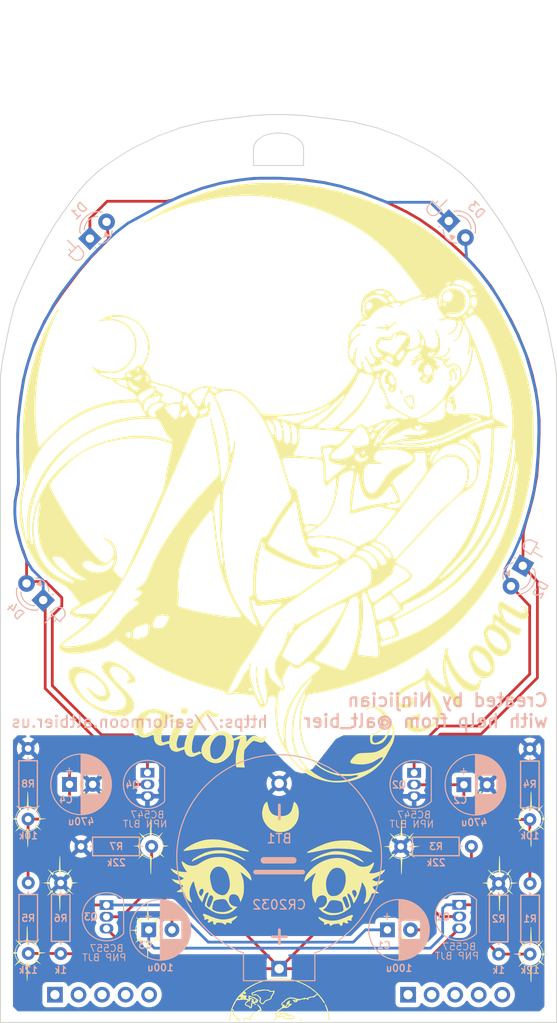
<source format=kicad_pcb>
(kicad_pcb (version 20211014) (generator pcbnew)
  (title_block (title "Sailor Moon Badge") (date "2023-07-09") (rev "1") (company "Made by Ninjician with help from @alt_bier"))
  (layers (0 "F.Cu" signal) (31 "B.Cu" signal) (34 "B.Paste" user) (35 "F.Paste" user) (36 "B.SilkS" user "B.Silkscreen") (37 "F.SilkS" user "F.Silkscreen") (38 "B.Mask" user) (39 "F.Mask" user) (44 "Edge.Cuts" user))
  (net 0 "")
  (net 1 "Net-(C2-Pad1)")
  (net 2 "Q1C")
  (net 3 "GND")
  (net 4 "Net-(C1-Pad2)")
  (net 5 "Net-(C3-Pad2)")
  (net 6 "Q3C")
  (net 7 "Net-(C4-Pad1)")
  (net 8 "VCC")
  (net 9 "Net-(D1-Pad1)")
  (net 10 "Net-(D3-Pad1)")
  (footprint "0_local:LED_D3.0mm-2_back" (layer "F.Cu") (at 156.8575 102.705818 -120)
    (fp_text reference "D2" (at 1.27 -2.96 60) (layer "B.SilkS") (effects (justify mirror)))
    (fp_text value "Pink_3mm")
    (pad "1" thru_hole rect (at 0 0 240) (size 1.8 1.8) (drill 0.9) (layers *.Cu *.Mask) (net 9 "Net-(D1-Pad1)"))
    (pad "2" thru_hole circle (at 2.54 0 240) (size 1.8 1.8) (drill 0.9) (layers *.Cu *.Mask) (net 8 "VCC"))
  )
  (footprint "0_local:LED_2Pin_Indicator_back" (layer "F.Cu") (at 108.5 68.810053 -135)
    (fp_text reference "REF**" hide)
    (fp_text value "LED_2Pin_Indicator_back" hide)
  )
  (footprint "0_local:R_Axial_DIN0207_L6.3mm_D2.5mm_P7.62mm_Horizontal_back" (layer "F.Cu") (at 154.25 137 -90)
    (fp_text reference "R2" (at 3.81 0 180) (layer "B.SilkS") (effects (font (size 0.75 0.75)) (justify mirror)))
    (fp_text value "1k" (at 9.34 0 180) (layer "B.SilkS") (effects (font (size 0.75 0.75)) (justify mirror)))
    (pad "1" thru_hole circle (at 0 0 270) (size 1.4 1.4) (drill 0.7) (layers *.Cu *.Mask) (net 3 "GND"))
    (pad "2" thru_hole circle (at 7.62 0 270) (size 1.4 1.4) (drill 0.7) (layers *.Cu *.Mask) (net 2 "Q1C"))
  )
  (footprint "0_local:CP_Radial_D6.3mm_P2.50mm_back" (layer "F.Cu") (at 116.5 142)
    (fp_text reference "C3" (at -0.381 1.651) (layer "B.SilkS") (effects (font (size 0.75 0.75)) (justify mirror)))
    (fp_text value "100u" (at 1.25 4.08) (layer "B.SilkS") (effects (font (size 0.75 0.75)) (justify mirror)))
    (pad "1" thru_hole rect (at 0 0) (size 1.6 1.6) (drill 0.8) (layers *.Cu *.Mask) (net 2 "Q1C"))
    (pad "2" thru_hole circle (at 2.5 0) (size 1.6 1.6) (drill 0.8) (layers *.Cu *.Mask) (net 5 "Net-(C3-Pad2)"))
  )
  (footprint "0_local:Q_BC547_TO-92_back" (layer "F.Cu") (at 145.13 127.59 90)
    (fp_text reference "Q2" (at 1.25 -1.63 180) (layer "B.SilkS") (effects (font (size 0.75 0.75)) (justify mirror)))
    (fp_text value "BC547_NPN" hide)
    (fp_text user "NPN BJT" (at -3 -0.25 180) (layer "B.SilkS") (effects (font (size 0.75 0.75) (thickness 0.1)) (justify mirror)))
    (fp_text user "BC547" (at -2 0 180) (layer "B.SilkS") (effects (font (size 0.75 0.75) (thickness 0.1)) (justify mirror)))
    (pad "1" thru_hole rect (at 2.54 0 90) (size 1.05 1.5) (drill 0.75) (layers *.Cu *.Mask) (net 9 "Net-(D1-Pad1)"))
    (pad "2" thru_hole oval (at 1.27 0 90) (size 1.05 1.5) (drill 0.75) (layers *.Cu *.Mask) (net 1 "Net-(C2-Pad1)"))
    (pad "3" thru_hole oval (at 0 0 90) (size 1.05 1.5) (drill 0.75) (layers *.Cu *.Mask) (net 3 "GND"))
  )
  (footprint "0_local:BatteryHolder_CR2032-BS-2-1_Back_backsilk" (layer "F.Cu") (at 130.57 123.195)
    (fp_text reference "BT1" (at -0.000091 8.955 180) (layer "B.SilkS") (effects (justify mirror)))
    (fp_text value "3V_CR2032" hide)
    (fp_text user "+" (at -0.127 19.558 90) (layer "B.SilkS") (effects (font (size 2 2) (thickness 0.3)) (justify mirror)))
    (fp_text user "CR2032" (at -0.000091 16.097908 180) (layer "B.SilkS") (effects (justify mirror)))
    (fp_text user "-" (at -0.127 6.096 90) (layer "B.SilkS") (effects (font (size 2 2) (thickness 0.3)) (justify mirror)))
    (pad "1" thru_hole rect locked (at 0 23) (size 1.7 1.7) (drill 1) (layers *.Cu *.Mask) (net 8 "VCC"))
    (pad "2" thru_hole circle locked (at 0 3) (size 1.7 1.7) (drill 1) (layers *.Cu *.Mask) (net 3 "GND"))
  )
  (footprint "0_local:CP_Radial_D6.3mm_P2.50mm_back" (layer "F.Cu") (at 107.95 126.3)
    (fp_text reference "C4" (at -0.381 1.651) (layer "B.SilkS") (effects (font (size 0.75 0.75)) (justify mirror)))
    (fp_text value "470u" (at 1.25 4.02) (layer "B.SilkS") (effects (font (size 0.75 0.75)) (justify mirror)))
    (pad "1" thru_hole rect (at 0 0) (size 1.6 1.6) (drill 0.8) (layers *.Cu *.Mask) (net 7 "Net-(C4-Pad1)"))
    (pad "2" thru_hole circle (at 2.5 0) (size 1.6 1.6) (drill 0.8) (layers *.Cu *.Mask) (net 3 "GND"))
  )
  (footprint "0_local:LED_D3.0mm-2_back" (layer "F.Cu") (at 105.11 106.41 135)
    (fp_text reference "D4" (at 1.270001 -2.96 315 unlocked) (layer "B.SilkS") (effects (justify mirror)))
    (fp_text value "Pink_3mm")
    (pad "1" thru_hole rect (at 0 0 135) (size 1.8 1.8) (drill 0.9) (layers *.Cu *.Mask) (net 10 "Net-(D3-Pad1)"))
    (pad "2" thru_hole circle (at 2.54 0 135) (size 1.8 1.8) (drill 0.9) (layers *.Cu *.Mask) (net 8 "VCC"))
  )
  (footprint "0_local:R_Axial_DIN0207_L6.3mm_D2.5mm_P7.62mm_Horizontal_back" (layer "F.Cu") (at 109.19 133)
    (fp_text reference "R7" (at 3.81 0 180) (layer "B.SilkS") (effects (font (size 0.75 0.75)) (justify mirror)))
    (fp_text value "22k" (at 3.81 1.75 180) (layer "B.SilkS") (effects (font (size 0.75 0.75)) (justify mirror)))
    (pad "1" thru_hole circle (at 0 0) (size 1.4 1.4) (drill 0.7) (layers *.Cu *.Mask) (net 3 "GND"))
    (pad "2" thru_hole circle (at 7.62 0) (size 1.4 1.4) (drill 0.7) (layers *.Cu *.Mask) (net 5 "Net-(C3-Pad2)"))
  )
  (footprint "0_local:R_Axial_DIN0207_L6.3mm_D2.5mm_P7.62mm_Horizontal_back" (layer "F.Cu") (at 103.5 136.93 -90)
    (fp_text reference "R5" (at 3.81 0 180) (layer "B.SilkS") (effects (font (size 0.75 0.75)) (justify mirror)))
    (fp_text value "12k" (at 9.41 0 180) (layer "B.SilkS") (effects (font (size 0.75 0.75)) (justify mirror)))
    (pad "1" thru_hole circle (at 0 0 270) (size 1.4 1.4) (drill 0.7) (layers *.Cu *.Mask) (net 7 "Net-(C4-Pad1)"))
    (pad "2" thru_hole circle (at 7.62 0 270) (size 1.4 1.4) (drill 0.7) (layers *.Cu *.Mask) (net 6 "Q3C"))
  )
  (footprint "0_local:0_sailor_moon_maskb_w60mm" (layer "F.Cu") (at 130.5 97.5)
    (fp_text reference "Mask_Back")
    (fp_text value "LOGO" hide)
  )
  (footprint "0_local:Q_BC557_TO-92_back" (layer "F.Cu") (at 111.94 141.86 90)
    (fp_text reference "Q3" (at 1.27 -1.69 180) (layer "B.SilkS") (effects (font (size 0.75 0.75)) (justify mirror)))
    (fp_text value "BC557_PNP" hide)
    (fp_text user "BC557" (at -2.14 0.02 180) (layer "B.SilkS") (effects (font (size 0.75 0.75) (thickness 0.1)) (justify mirror)))
    (fp_text user "PNP BJT" (at -3.14 -0.23 180) (layer "B.SilkS") (effects (font (size 0.75 0.75) (thickness 0.1)) (justify mirror)))
    (pad "1" thru_hole rect (at 2.54 0 90) (size 1.05 1.5) (drill 0.75) (layers *.Cu *.Mask) (net 6 "Q3C"))
    (pad "2" thru_hole oval (at 1.27 0 90) (size 1.05 1.5) (drill 0.75) (layers *.Cu *.Mask) (net 5 "Net-(C3-Pad2)"))
    (pad "3" thru_hole oval (at 0 0 90) (size 1.05 1.5) (drill 0.75) (layers *.Cu *.Mask) (net 8 "VCC"))
  )
  (footprint "0_local:R_Axial_DIN0207_L6.3mm_D2.5mm_P7.62mm_Horizontal_back" (layer "F.Cu") (at 157.62 130.09 90)
    (fp_text reference "R4" (at 3.81 0 180) (layer "B.SilkS") (effects (font (size 0.75 0.75)) (justify mirror)))
    (fp_text value "10k" (at -1.75 0 180) (layer "B.SilkS") (effects (font (size 0.75 0.75)) (justify mirror)))
    (pad "1" thru_hole circle (at 0 0 90) (size 1.4 1.4) (drill 0.7) (layers *.Cu *.Mask) (net 1 "Net-(C2-Pad1)"))
    (pad "2" thru_hole circle (at 7.62 0 90) (size 1.4 1.4) (drill 0.7) (layers *.Cu *.Mask) (net 3 "GND"))
  )
  (footprint "0_local:Conn_Pin_Header_Female_Vert_Back_1x05_Pitch2.54mm" (layer "F.Cu") (at 106.38 149 90)
    (fp_text reference "REF**" hide)
    (fp_text value "Conn_Pin_Header_Female_Vert_Back_1x05_Pitch2.54mm" hide)
    (pad "1" thru_hole rect locked (at 0 0 90) (size 1.7 1.7) (drill 1) (layers *.Cu *.Mask))
    (pad "2" thru_hole oval locked (at 0 2.54 90) (size 1.7 1.7) (drill 1) (layers *.Cu *.Mask))
    (pad "3" thru_hole oval locked (at 0 5.08 90) (size 1.7 1.7) (drill 1) (layers *.Cu *.Mask))
    (pad "4" thru_hole oval locked (at 0 7.62 90) (size 1.7 1.7) (drill 1) (layers *.Cu *.Mask))
    (pad "5" thru_hole oval locked (at 0 10.16 90) (size 1.7 1.7) (drill 1) (layers *.Cu *.Mask))
  )
  (footprint "0_local:LED_2Pin_Indicator_back" (layer "F.Cu") (at 106.549948 108.126828 -45)
    (fp_text reference "REF**" hide)
    (fp_text value "LED_2Pin_Indicator_back" hide)
  )
  (footprint "0_local:0_sailor_moon_bot_silkf_w60mm" (layer "F.Cu") (at 130.459999 103.364046)
    (fp_text reference "Bot_Silk_Front")
    (fp_text value "LOGO" hide)
  )
  (footprint "0_local:Q_BC547_TO-92_back" (layer "F.Cu") (at 116.36 127.58 90)
    (fp_text reference "Q4" (at 1.24 -1.61 180) (layer "B.SilkS") (effects (font (size 0.75 0.75)) (justify mirror)))
    (fp_text value "BC547_NPN" hide)
    (fp_text user "NPN BJT" (at -3 -0.25 180) (layer "B.SilkS") (effects (font (size 0.75 0.75) (thickness 0.1)) (justify mirror)))
    (fp_text user "BC547" (at -2 0 180) (layer "B.SilkS") (effects (font (size 0.75 0.75) (thickness 0.1)) (justify mirror)))
    (pad "1" thru_hole rect (at 2.54 0 90) (size 1.05 1.5) (drill 0.75) (layers *.Cu *.Mask) (net 10 "Net-(D3-Pad1)"))
    (pad "2" thru_hole oval (at 1.27 0 90) (size 1.05 1.5) (drill 0.75) (layers *.Cu *.Mask) (net 7 "Net-(C4-Pad1)"))
    (pad "3" thru_hole oval (at 0 0 90) (size 1.05 1.5) (drill 0.75) (layers *.Cu *.Mask) (net 3 "GND"))
  )
  (footprint "0_local:R_Axial_DIN0207_L6.3mm_D2.5mm_P7.62mm_Horizontal_back" (layer "F.Cu") (at 143.69 133)
    (fp_text reference "R3" (at 3.81 0 180) (layer "B.SilkS") (effects (font (size 0.75 0.75)) (justify mirror)))
    (fp_text value "22k" (at 3.81 1.75 180) (layer "B.SilkS") (effects (font (size 0.75 0.75)) (justify mirror)))
    (pad "1" thru_hole circle (at 0 0) (size 1.4 1.4) (drill 0.7) (layers *.Cu *.Mask) (net 3 "GND"))
    (pad "2" thru_hole circle (at 7.62 0) (size 1.4 1.4) (drill 0.7) (layers *.Cu *.Mask) (net 4 "Net-(C1-Pad2)"))
  )
  (footprint "0_local:CP_Radial_D6.3mm_P2.50mm_back" (layer "F.Cu") (at 142.25 142)
    (fp_text reference "C1" (at -0.381 1.651) (layer "B.SilkS") (effects (font (size 0.75 0.75)) (justify mirror)))
    (fp_text value "100u" (at 1.25 4.14) (layer "B.SilkS") (effects (font (size 0.75 0.75)) (justify mirror)))
    (pad "1" thru_hole rect (at 0 0) (size 1.6 1.6) (drill 0.8) (layers *.Cu *.Mask) (net 6 "Q3C"))
    (pad "2" thru_hole circle (at 2.5 0) (size 1.6 1.6) (drill 0.8) (layers *.Cu *.Mask) (net 4 "Net-(C1-Pad2)"))
  )
  (footprint "0_local:R_Axial_DIN0207_L6.3mm_D2.5mm_P7.62mm_Horizontal_back" (layer "F.Cu") (at 107 136.94 -90)
    (fp_text reference "R6" (at 3.81 0 180) (layer "B.SilkS") (effects (font (size 0.75 0.75)) (justify mirror)))
    (fp_text value "1k" (at 9.4 0 180) (layer "B.SilkS") (effects (font (size 0.75 0.75)) (justify mirror)))
    (pad "1" thru_hole circle (at 0 0 270) (size 1.4 1.4) (drill 0.7) (layers *.Cu *.Mask) (net 3 "GND"))
    (pad "2" thru_hole circle (at 7.62 0 270) (size 1.4 1.4) (drill 0.7) (layers *.Cu *.Mask) (net 6 "Q3C"))
  )
  (footprint "0_local:LED_2Pin_Indicator_back" (layer "F.Cu") (at 147.442773 63.94865 135)
    (fp_text reference "REF**" hide)
    (fp_text value "LED_2Pin_Indicator_back" hide)
  )
  (footprint "0_local:R_Axial_DIN0207_L6.3mm_D2.5mm_P7.62mm_Horizontal_back" (layer "F.Cu") (at 157.64 137 -90)
    (fp_text reference "R1" (at 3.81 0 180) (layer "B.SilkS") (effects (font (size 0.75 0.75)) (justify mirror)))
    (fp_text value "12k" (at 9.34 0 180) (layer "B.SilkS") (effects (font (size 0.75 0.75)) (justify mirror)))
    (pad "1" thru_hole circle (at 0 0 270) (size 1.4 1.4) (drill 0.7) (layers *.Cu *.Mask) (net 1 "Net-(C2-Pad1)"))
    (pad "2" thru_hole circle (at 7.62 0 270) (size 1.4 1.4) (drill 0.7) (layers *.Cu *.Mask) (net 2 "Q1C"))
  )
  (footprint "0_local:CP_Radial_D6.3mm_P2.50mm_back" (layer "F.Cu") (at 150.5 126.34)
    (fp_text reference "C2" (at -0.381 1.651) (layer "B.SilkS") (effects (font (size 0.75 0.75)) (justify mirror)))
    (fp_text value "470u" (at 1.11 4.08) (layer "B.SilkS") (effects (font (size 0.75 0.75)) (justify mirror)))
    (pad "1" thru_hole rect (at 0 0) (size 1.6 1.6) (drill 0.8) (layers *.Cu *.Mask) (net 1 "Net-(C2-Pad1)"))
    (pad "2" thru_hole circle (at 2.5 0) (size 1.6 1.6) (drill 0.8) (layers *.Cu *.Mask) (net 3 "GND"))
  )
  (footprint "0_local:0_sailor_moon_silkf_w60mm" (layer "F.Cu") (at 130.5 97.5)
    (fp_text reference "Silk_Front")
    (fp_text value "LOGO" hide)
  )
  (footprint "0_local:LED_D3.0mm-2_back" (layer "F.Cu") (at 148.868439 65.487834 -45)
    (fp_text reference "D3" (at 1.270001 -2.96 -45 unlocked) (layer "B.SilkS") (effects (justify mirror)))
    (fp_text value "Pink_3mm")
    (pad "1" thru_hole rect (at 0 0 315) (size 1.8 1.8) (drill 0.9) (layers *.Cu *.Mask) (net 10 "Net-(D3-Pad1)"))
    (pad "2" thru_hole circle (at 2.54 0 315) (size 1.8 1.8) (drill 0.9) (layers *.Cu *.Mask) (net 8 "VCC"))
  )
  (footprint "0_local:0_sailor_moon_maskf_w60mm" (layer "F.Cu") (at 130.5 97.5)
    (fp_text reference "Mask_Front")
    (fp_text value "LOGO" hide)
  )
  (footprint "0_local:Conn_Pin_Header_Female_Vert_Back_1x05_Pitch2.54mm" (layer "F.Cu") (at 144.48 149 90)
    (fp_text reference "REF**" hide)
    (fp_text value "Conn_Pin_Header_Female_Vert_Back_1x05_Pitch2.54mm" hide)
    (pad "1" thru_hole rect locked (at 0 0 90) (size 1.7 1.7) (drill 1) (layers F&B.Cu *.Mask))
    (pad "2" thru_hole oval locked (at 0 2.54 90) (size 1.7 1.7) (drill 1) (layers F&B.Cu *.Mask))
    (pad "3" thru_hole oval locked (at 0 5.08 90) (size 1.7 1.7) (drill 1) (layers F&B.Cu *.Mask))
    (pad "4" thru_hole oval locked (at 0 7.62 90) (size 1.7 1.7) (drill 1) (layers F&B.Cu *.Mask))
    (pad "5" thru_hole oval locked (at 0 10.16 90) (size 1.7 1.7) (drill 1) (layers F&B.Cu *.Mask))
  )
  (footprint "0_local:R_Axial_DIN0207_L6.3mm_D2.5mm_P7.62mm_Horizontal_back" (layer "F.Cu") (at 103.48 130.05 90)
    (fp_text reference "R8" (at 3.81 0 180) (layer "B.SilkS") (effects (font (size 0.75 0.75)) (justify mirror)))
    (fp_text value "10k" (at -1.79 0.02 180) (layer "B.SilkS") (effects (font (size 0.75 0.75)) (justify mirror)))
    (pad "1" thru_hole circle (at 0 0 90) (size 1.4 1.4) (drill 0.7) (layers *.Cu *.Mask) (net 7 "Net-(C4-Pad1)"))
    (pad "2" thru_hole circle (at 7.62 0 90) (size 1.4 1.4) (drill 0.7) (layers *.Cu *.Mask) (net 3 "GND"))
  )
  (footprint "0_local:Q_BC557_TO-92_back" (layer "F.Cu") (at 150 141.84 90)
    (fp_text reference "Q1" (at 1.25 -1.75 180) (layer "B.SilkS") (effects (font (size 0.75 0.75)) (justify mirror)))
    (fp_text value "BC557_PNP" hide)
    (fp_text user "BC557" (at -1.98 0 180) (layer "B.SilkS") (effects (font (size 0.75 0.75) (thickness 0.1)) (justify mirror)))
    (fp_text user "PNP BJT" (at -2.98 -0.25 180) (layer "B.SilkS") (effects (font (size 0.75 0.75) (thickness 0.1)) (justify mirror)))
    (pad "1" thru_hole rect (at 2.54 0 90) (size 1.05 1.5) (drill 0.75) (layers *.Cu *.Mask) (net 2 "Q1C"))
    (pad "2" thru_hole oval (at 1.27 0 90) (size 1.05 1.5) (drill 0.75) (layers *.Cu *.Mask) (net 4 "Net-(C1-Pad2)"))
    (pad "3" thru_hole oval (at 0 0 90) (size 1.05 1.5) (drill 0.75) (layers *.Cu *.Mask) (net 8 "VCC"))
  )
  (footprint "0_local:LED_D3.0mm-2_back" (layer "F.Cu") (at 110.15 67.38 45)
    (fp_text reference "D1" (at 1.27 -2.96 45) (layer "B.SilkS") (effects (justify mirror)))
    (fp_text value "Pink_3mm")
    (pad "1" thru_hole rect (at 0 0 45) (size 1.8 1.8) (drill 0.9) (layers *.Cu *.Mask) (net 9 "Net-(D1-Pad1)"))
    (pad "2" thru_hole circle (at 2.54 0 45) (size 1.8 1.8) (drill 0.9) (layers *.Cu *.Mask) (net 8 "VCC"))
  )
  (footprint "0_local:LED_2Pin_Indicator_back" (layer "F.Cu") (at 157.910705 100.75 60)
    (fp_text reference "REF**" hide)
    (fp_text value "LED_2Pin_Indicator_back" hide)
  )
  (gr_line (start 155.675 67.6) (end 156.275 68.75) (layer "Edge.Cuts") (width 0.1))
  (gr_line (start 153.925 64.825) (end 154.625 65.85) (layer "Edge.Cuts") (width 0.1))
  (gr_line (start 151.2 61.3) (end 152.2 62.425) (layer "Edge.Cuts") (width 0.1))
  (gr_line (start 130.8 56) (end 130.5 56) (layer "Edge.Cuts") (width 0.1))
  (gr_line (start 100.5 82.25) (end 100.675 80.775) (layer "Edge.Cuts") (width 0.1))
  (gr_line (start 143.525 56.325) (end 145.325 57.2) (layer "Edge.Cuts") (width 0.1))
  (gr_line (start 160.5 82.5) (end 160.5 82.25) (layer "Edge.Cuts") (width 0.1))
  (gr_line (start 158.65 73.75) (end 159.05 74.85) (layer "Edge.Cuts") (width 0.1))
  (gr_line (start 111.975 59.425) (end 113.3 58.525) (layer "Edge.Cuts") (width 0.1))
  (gr_line (start 149.025 59.425) (end 150.075 60.225) (layer "Edge.Cuts") (width 0.1))
  (gr_line (start 125.025 54.425) (end 127.85 54.1) (layer "Edge.Cuts") (width 0.1))
  (gr_line (start 108.8 62.425) (end 109.8 61.3) (layer "Edge.Cuts") (width 0.1))
  (gr_line (start 132.1 56.3) (end 131.5 56.1) (layer "Edge.Cuts") (width 0.1))
  (gr_line (start 106.375 65.85) (end 107.075 64.825) (layer "Edge.Cuts") (width 0.1))
  (gr_line (start 119.9 55.425) (end 122.525 54.775) (layer "Edge.Cuts") (width 0.1))
  (gr_line (start 130.5 56) (end 130.2 56) (layer "Edge.Cuts") (width 0.1))
  (gr_line (start 133.2 57.5) (end 133.1 57.2) (layer "Edge.Cuts") (width 0.1))
  (gr_line (start 159.45 76.425) (end 159.8 78.075) (layer "Edge.Cuts") (width 0.1))
  (gr_line (start 113.3 58.525) (end 114.675 57.675) (layer "Edge.Cuts") (width 0.1))
  (gr_line (start 114.675 57.675) (end 115.675 57.2) (layer "Edge.Cuts") (width 0.1))
  (gr_line (start 100.675 80.775) (end 100.95 79.375) (layer "Edge.Cuts") (width 0.1))
  (gr_line (start 127.9 57.2) (end 127.8 57.5) (layer "Edge.Cuts") (width 0.1))
  (gr_line (start 101.55 76.425) (end 101.95 74.85) (layer "Edge.Cuts") (width 0.1))
  (gr_line (start 101.95 74.85) (end 102.35 73.75) (layer "Edge.Cuts") (width 0.1))
  (gr_line (start 141.1 55.425) (end 143.525 56.325) (layer "Edge.Cuts") (width 0.1))
  (gr_line (start 132.6 56.6) (end 132.1 56.3) (layer "Edge.Cuts") (width 0.1))
  (gr_line (start 160.5 152) (end 160.5 82.5) (layer "Edge.Cuts") (width 0.1))
  (gr_line (start 110.925 60.225) (end 111.975 59.425) (layer "Edge.Cuts") (width 0.1))
  (gr_line (start 160.05 79.375) (end 160.325 80.775) (layer "Edge.Cuts") (width 0.1))
  (gr_line (start 100.95 79.375) (end 101.2 78.075) (layer "Edge.Cuts") (width 0.1))
  (gr_line (start 133.15 54.1) (end 135.975 54.425) (layer "Edge.Cuts") (width 0.1))
  (gr_line (start 100.5 152) (end 100.5 82.5) (layer "Edge.Cuts") (width 0.1))
  (gr_line (start 105.325 67.6) (end 105.85 66.725) (layer "Edge.Cuts") (width 0.1))
  (gr_line (start 101.2 78.075) (end 101.55 76.425) (layer "Edge.Cuts") (width 0.1))
  (gr_line (start 159.05 74.85) (end 159.45 76.425) (layer "Edge.Cuts") (width 0.1))
  (gr_line (start 133.1 57.2) (end 132.9 56.9) (layer "Edge.Cuts") (width 0.1))
  (gr_line (start 147.7 58.525) (end 149.025 59.425) (layer "Edge.Cuts") (width 0.1))
  (gr_line (start 109.8 61.3) (end 110.925 60.225) (layer "Edge.Cuts") (width 0.1))
  (gr_line (start 128.1 56.9) (end 127.9 57.2) (layer "Edge.Cuts") (width 0.1))
  (gr_line (start 145.325 57.2) (end 146.325 57.675) (layer "Edge.Cuts") (width 0.1))
  (gr_line (start 146.325 57.675) (end 147.7 58.525) (layer "Edge.Cuts") (width 0.1))
  (gr_line (start 128.4 56.6) (end 128.1 56.9) (layer "Edge.Cuts") (width 0.1))
  (gr_line (start 157.825 71.85) (end 158.225 72.75) (layer "Edge.Cuts") (width 0.1))
  (gr_line (start 157.425 71) (end 157.825 71.85) (layer "Edge.Cuts") (width 0.1))
  (gr_line (start 127.8 59.5) (end 133.2 59.5) (layer "Edge.Cuts") (width 0.1))
  (gr_line (start 156.275 68.75) (end 156.925 70.025) (layer "Edge.Cuts") (width 0.1))
  (gr_line (start 117.475 56.325) (end 119.9 55.425) (layer "Edge.Cuts") (width 0.1))
  (gr_line (start 131.5 56.1) (end 130.8 56) (layer "Edge.Cuts") (width 0.1))
  (gr_line (start 132.9 56.9) (end 132.6 56.6) (layer "Edge.Cuts") (width 0.1))
  (gr_line (start 115.675 57.2) (end 117.475 56.325) (layer "Edge.Cuts") (width 0.1))
  (gr_line (start 158.225 72.75) (end 158.65 73.75) (layer "Edge.Cuts") (width 0.1))
  (gr_line (start 131.5 54) (end 133.15 54.1) (layer "Edge.Cuts") (width 0.1))
  (gr_line (start 152.2 62.425) (end 153.175 63.775) (layer "Edge.Cuts") (width 0.1))
  (gr_line (start 122.525 54.775) (end 125.025 54.425) (layer "Edge.Cuts") (width 0.1))
  (gr_line (start 100.5 82.5) (end 100.5 82.25) (layer "Edge.Cuts") (width 0.1))
  (gr_line (start 127.85 54.1) (end 129.5 54) (layer "Edge.Cuts") (width 0.1))
  (gr_line (start 100.5 152) (end 160.5 152) (layer "Edge.Cuts") (width 0.1))
  (gr_line (start 104.075 70.025) (end 104.725 68.75) (layer "Edge.Cuts") (width 0.1))
  (gr_line (start 138.475 54.775) (end 141.1 55.425) (layer "Edge.Cuts") (width 0.1))
  (gr_line (start 107.075 64.825) (end 107.825 63.775) (layer "Edge.Cuts") (width 0.1))
  (gr_line (start 155.15 66.725) (end 155.675 67.6) (layer "Edge.Cuts") (width 0.1))
  (gr_line (start 104.725 68.75) (end 105.325 67.6) (layer "Edge.Cuts") (width 0.1))
  (gr_line (start 103.175 71.85) (end 103.575 71) (layer "Edge.Cuts") (width 0.1))
  (gr_line (start 128.9 56.3) (end 128.4 56.6) (layer "Edge.Cuts") (width 0.1))
  (gr_line (start 160.325 80.775) (end 160.5 82.25) (layer "Edge.Cuts") (width 0.1))
  (gr_line (start 159.8 78.075) (end 160.05 79.375) (layer "Edge.Cuts") (width 0.1))
  (gr_line (start 133.2 59.5) (end 133.2 57.5) (layer "Edge.Cuts") (width 0.1))
  (gr_line (start 129.5 56.1) (end 128.9 56.3) (layer "Edge.Cuts") (width 0.1))
  (gr_line (start 150.075 60.225) (end 151.2 61.3) (layer "Edge.Cuts") (width 0.1))
  (gr_line (start 107.825 63.775) (end 108.8 62.425) (layer "Edge.Cuts") (width 0.1))
  (gr_line (start 129.5 54) (end 131.5 54) (layer "Edge.Cuts") (width 0.1))
  (gr_line (start 102.35 73.75) (end 102.775 72.75) (layer "Edge.Cuts") (width 0.1))
  (gr_line (start 130.2 56) (end 129.5 56.1) (layer "Edge.Cuts") (width 0.1))
  (gr_line (start 105.85 66.725) (end 106.375 65.85) (layer "Edge.Cuts") (width 0.1))
  (gr_line (start 154.625 65.85) (end 155.15 66.725) (layer "Edge.Cuts") (width 0.1))
  (gr_line (start 103.575 71) (end 104.075 70.025) (layer "Edge.Cuts") (width 0.1))
  (gr_line (start 102.775 72.75) (end 103.175 71.85) (layer "Edge.Cuts") (width 0.1))
  (gr_line (start 127.8 57.5) (end 127.8 59.5) (layer "Edge.Cuts") (width 0.1))
  (gr_line (start 156.925 70.025) (end 157.425 71) (layer "Edge.Cuts") (width 0.1))
  (gr_line (start 153.175 63.775) (end 153.925 64.825) (layer "Edge.Cuts") (width 0.1))
  (gr_line (start 135.975 54.425) (end 138.475 54.775) (layer "Edge.Cuts") (width 0.1))
  (gr_text "Created by Ninjician\nwith help from @alt_bier" (at 159.71 118.34) (layer "B.SilkS") (effects (font (size 1.4 1.4) (thickness 0.25)) (justify left mirror)))
  (gr_text "https://sailormoon.altbier.us" (at 115.5 119.55) (layer "B.SilkS") (effects (font (size 1.25 1.25) (thickness 0.2)) (justify mirror)))
  (segment (start 150.5 129.02) (end 151.57 130.09) (width 0.3) (layer "F.Cu") (net 1))
  (segment (start 145.15 126.34) (end 145.13 126.32) (width 0.3) (layer "F.Cu") (net 1))
  (segment (start 151.57 130.09) (end 157.62 130.09) (width 0.3) (layer "F.Cu") (net 1))
  (segment (start 150.5 126.34) (end 150.5 129.02) (width 0.3) (layer "F.Cu") (net 1))
  (segment (start 157.62 136.98) (end 157.64 137) (width 0.3) (layer "F.Cu") (net 1))
  (segment (start 157.62 130.09) (end 157.62 136.98) (width 0.3) (layer "F.Cu") (net 1))
  (segment (start 150.5 126.34) (end 145.15 126.34) (width 0.3) (layer "F.Cu") (net 1))
  (segment (start 151.93 139.3) (end 150 139.3) (width 0.3) (layer "F.Cu") (net 2))
  (segment (start 154.25 144.62) (end 152.61 142.98) (width 0.3) (layer "F.Cu") (net 2))
  (segment (start 152.61 142.98) (end 152.61 139.98) (width 0.3) (layer "F.Cu") (net 2))
  (segment (start 157.64 144.62) (end 154.25 144.62) (width 0.3) (layer "F.Cu") (net 2))
  (segment (start 152.61 139.98) (end 151.93 139.3) (width 0.3) (layer "F.Cu") (net 2))
  (segment (start 148.58 139.3) (end 150 139.3) (width 0.3) (layer "B.Cu") (net 2))
  (segment (start 146.89 143.98) (end 148.21 142.66) (width 0.3) (layer "B.Cu") (net 2))
  (segment (start 148.21 142.66) (end 148.21 139.67) (width 0.3) (layer "B.Cu") (net 2))
  (segment (start 116.5 143.37) (end 117.11 143.98) (width 0.3) (layer "B.Cu") (net 2))
  (segment (start 116.5 142) (end 116.5 143.37) (width 0.3) (layer "B.Cu") (net 2))
  (segment (start 148.21 139.67) (end 148.58 139.3) (width 0.3) (layer "B.Cu") (net 2))
  (segment (start 117.11 143.98) (end 146.89 143.98) (width 0.3) (layer "B.Cu") (net 2))
  (segment (start 147.18 139.07) (end 147.18 139.81) (width 0.3) (layer "F.Cu") (net 4))
  (segment (start 150 140.57) (end 147.94 140.57) (width 0.3) (layer "F.Cu") (net 4))
  (segment (start 151.31 134.94) (end 147.18 139.07) (width 0.3) (layer "F.Cu") (net 4))
  (segment (start 146.8 142) (end 144.75 142) (width 0.3) (layer "F.Cu") (net 4))
  (segment (start 147.18 141.62) (end 146.8 142) (width 0.3) (layer "F.Cu") (net 4))
  (segment (start 151.31 133) (end 151.31 134.94) (width 0.3) (layer "F.Cu") (net 4))
  (segment (start 147.94 140.57) (end 147.18 139.81) (width 0.3) (layer "F.Cu") (net 4))
  (segment (start 147.18 139.81) (end 147.18 141.62) (width 0.3) (layer "F.Cu") (net 4))
  (segment (start 116.81 133) (end 116.81 137.34) (width 0.3) (layer "F.Cu") (net 5))
  (segment (start 116.81 137.34) (end 113.56 140.59) (width 0.3) (layer "F.Cu") (net 5))
  (segment (start 113.56 140.59) (end 111.94 140.59) (width 0.3) (layer "F.Cu") (net 5))
  (segment (start 119 139.53) (end 116.81 137.34) (width 0.3) (layer "F.Cu") (net 5))
  (segment (start 119 142) (end 119 139.53) (width 0.3) (layer "F.Cu") (net 5))
  (segment (start 109.22 143.88) (end 109.22 140.07) (width 0.3) (layer "F.Cu") (net 6))
  (segment (start 109.22 140.07) (end 109.97 139.32) (width 0.3) (layer "F.Cu") (net 6))
  (segment (start 109.97 139.32) (end 111.94 139.32) (width 0.3) (layer "F.Cu") (net 6))
  (segment (start 107 144.56) (end 107.02 144.58) (width 0.3) (layer "F.Cu") (net 6))
  (segment (start 108.52 144.58) (end 109.22 143.88) (width 0.3) (layer "F.Cu") (net 6))
  (segment (start 107.02 144.58) (end 108.52 144.58) (width 0.3) (layer "F.Cu") (net 6))
  (segment (start 106.99 144.55) (end 107 144.56) (width 0.3) (layer "F.Cu") (net 6))
  (segment (start 103.5 144.55) (end 106.99 144.55) (width 0.3) (layer "F.Cu") (net 6))
  (segment (start 142.25 142) (end 139.9 142) (width 0.3) (layer "B.Cu") (net 6))
  (segment (start 139.9 142) (end 138.57 143.33) (width 0.3) (layer "B.Cu") (net 6))
  (segment (start 138.57 143.33) (end 122.93 143.33) (width 0.3) (layer "B.Cu") (net 6))
  (segment (start 122.93 143.33) (end 118.92 139.32) (width 0.3) (layer "B.Cu") (net 6))
  (segment (start 118.92 139.32) (end 111.94 139.32) (width 0.3) (layer "B.Cu") (net 6))
  (segment (start 113.04 122.81) (end 114.19 123.96) (width 0.3) (layer "F.Cu") (net 7))
  (segment (start 114.19 125.76) (end 114.74 126.31) (width 0.3) (layer "F.Cu") (net 7))
  (segment (start 107.95 126.3) (end 107.95 128.15) (width 0.3) (layer "F.Cu") (net 7))
  (segment (start 107.95 123.82) (end 108.96 122.81) (width 0.3) (layer "F.Cu") (net 7))
  (segment (start 114.74 126.31) (end 116.36 126.31) (width 0.3) (layer "F.Cu") (net 7))
  (segment (start 108.96 122.81) (end 113.04 122.81) (width 0.3) (layer "F.Cu") (net 7))
  (segment (start 103.48 130.05) (end 103.48 136.91) (width 0.3) (layer "F.Cu") (net 7))
  (segment (start 114.19 123.96) (end 114.19 125.76) (width 0.3) (layer "F.Cu") (net 7))
  (segment (start 107.95 128.15) (end 106.05 130.05) (width 0.3) (layer "F.Cu") (net 7))
  (segment (start 107.95 126.3) (end 107.95 123.82) (width 0.3) (layer "F.Cu") (net 7))
  (segment (start 103.48 136.91) (end 103.5 136.93) (width 0.3) (layer "F.Cu") (net 7))
  (segment (start 106.05 130.05) (end 103.48 130.05) (width 0.3) (layer "F.Cu") (net 7))
  (segment (start 107.12 107.06) (end 107.12 106.14) (width 0.3) (layer "F.Cu") (net 8))
  (segment (start 105.39 104.41) (end 103.517898 104.41) (width 0.3) (layer "F.Cu") (net 8))
  (segment (start 102.43 92.35) (end 102.35 90.53) (width 0.3) (layer "F.Cu") (net 8))
  (segment (start 157.6 107.040263) (end 155.5875 104.905523) (width 0.3) (layer "F.Cu") (net 8))
  (segment (start 111.3 68.33) (end 112 67.61) (width 0.3) (layer "F.Cu") (net 8))
  (segment (start 130.57 146.195) (end 116.275 146.195) (width 0.3) (layer "F.Cu") (net 8))
  (segment (start 102.09 97.73) (end 102.04 96.9) (width 0.3) (layer "F.Cu") (net 8))
  (segment (start 103.32 102.14) (end 102.98 101.17) (width 0.3) (layer "F.Cu") (net 8))
  (segment (start 114.75 120.95) (end 111.4 120.95) (width 0.3) (layer "F.Cu") (net 8))
  (segment (start 102.35 90.53) (end 102.35 88.59) (width 0.3) (layer "F.Cu") (net 8))
  (segment (start 136.26 128.32) (end 141.57 123.01) (width 0.3) (layer "F.Cu") (net 8))
  (segment (start 102.98 82.64) (end 103.51 80.63) (width 0.3) (layer "F.Cu") (net 8))
  (segment (start 152.01 120) (end 157.6 114.41) (width 0.3) (layer "F.Cu") (net 8))
  (segment (start 124.66 140.15) (end 124.66 129.57) (width 0.3) (layer "F.Cu") (net 8))
  (segment (start 116.72 122.92) (end 114.75 120.95) (width 0.3) (layer "F.Cu") (net 8))
  (segment (start 130.57 146.195) (end 145.645 146.195) (width 0.3) (layer "F.Cu") (net 8))
  (segment (start 112.17 67.44) (end 111.946051 65.583949) (width 0.3) (layer "F.Cu") (net 8))
  (segment (start 104.65 77.65) (end 105.26 76.31) (width 0.3) (layer "F.Cu") (net 8))
  (segment (start 102.21 98.55) (end 102.09 97.73) (width 0.3) (layer "F.Cu") (net 8))
  (segment (start 103.517898 104.41) (end 103.313949 104.613949) (width 0.3) (layer "F.Cu") (net 8))
  (segment (start 102.72 100.47) (end 102.21 98.55) (width 0.3) (layer "F.Cu") (net 8))
  (segment (start 130.57 146.195) (end 130.57 146.06) (width 0.3) (layer "F.Cu") (net 8))
  (segment (start 106.25 74.64) (end 107.23 73.21) (width 0.3) (layer "F.Cu") (net 8))
  (segment (start 107.12 106.14) (end 105.39 104.41) (width 0.3) (layer "F.Cu") (net 8))
  (segment (start 102.44 93.53) (end 102.43 92.35) (width 0.3) (layer "F.Cu") (net 8))
  (segment (start 102.67 84.53) (end 102.98 82.64) (width 0.3) (layer "F.Cu") (net 8))
  (segment (start 104.05 79.03) (end 104.65 77.65) (width 0.3) (layer "F.Cu") (net 8))
  (segment (start 112 67.61) (end 112.17 67.44) (width 0.3) (layer "F.Cu") (net 8))
  (segment (start 102.35 94.52) (end 102.43 93.97) (width 0.3) (layer "F.Cu") (net 8))
  (segment (start 106.09 108.09) (end 107.12 107.06) (width 0.3) (layer "F.Cu") (net 8))
  (segment (start 103.51 80.63) (end 104.05 79.03) (width 0.3) (layer "F.Cu") (net 8))
  (segment (start 105.26 76.31) (end 106.25 74.64) (width 0.3) (layer "F.Cu") (net 8))
  (segment (start 102.35 88.59) (end 102.43 86.62) (width 0.3) (layer "F.Cu") (net 8))
  (segment (start 111.4 120.95) (end 106.09 115.64) (width 0.3) (layer "F.Cu") (net 8))
  (segment (start 130.57 146.195) (end 136.26 140.505) (width 0.3) (layer "F.Cu") (net 8))
  (segment (start 124.66 129.57) (end 118.01 122.92) (width 0.3) (layer "F.Cu") (net 8))
  (segment (start 102.43 93.97) (end 102.44 93.53) (width 0.3) (layer "F.Cu") (net 8))
  (segment (start 147.86 120) (end 152.01 120) (width 0.3) (layer "F.Cu") (net 8))
  (segment (start 106.09 115.64) (end 106.09 108.09) (width 0.3) (layer "F.Cu") (net 8))
  (segment (start 110.28 69.38) (end 111.3 68.33) (width 0.3) (layer "F.Cu") (net 8))
  (segment (start 102.43 86.62) (end 102.67 84.53) (width 0.3) (layer "F.Cu") (net 8))
  (segment (start 102.07 95.73) (end 102.35 94.52) (width 0.3) (layer "F.Cu") (net 8))
  (segment (start 136.26 140.505) (end 136.26 128.32) (width 0.3) (layer "F.Cu") (net 8))
  (segment (start 102.98 101.17) (end 102.72 100.47) (width 0.3) (layer "F.Cu") (net 8))
  (segment (start 116.275 146.195) (end 111.94 141.86) (width 0.3) (layer "F.Cu") (net 8))
  (segment (start 103.313949 104.613949) (end 103.32 104.607898) (width 0.3) (layer "F.Cu") (net 8))
  (segment (start 144.85 123.01) (end 147.86 120) (width 0.3) (layer "F.Cu") (net 8))
  (segment (start 107.23 73.21) (end 108.91 70.98) (width 0.3) (layer "F.Cu") (net 8))
  (segment (start 145.645 146.195) (end 150 141.84) (width 0.3) (layer "F.Cu") (net 8))
  (segment (start 102.04 96.9) (end 102.07 95.73) (width 0.3) (layer "F.Cu") (net 8))
  (segment (start 103.32 104.607898) (end 103.32 102.14) (width 0.3) (layer "F.Cu") (net 8))
  (segment (start 157.6 114.41) (end 157.6 107.040263) (width 0.3) (layer "F.Cu") (net 8))
  (segment (start 141.57 123.01) (end 144.85 123.01) (width 0.3) (layer "F.Cu") (net 8))
  (segment (start 130.57 146.06) (end 124.66 140.15) (width 0.3) (layer "F.Cu") (net 8))
  (segment (start 118.01 122.92) (end 116.72 122.92) (width 0.3) (layer "F.Cu") (net 8))
  (segment (start 108.91 70.98) (end 110.28 69.38) (width 0.3) (layer "F.Cu") (net 8))
  (segment (start 154.95 103.06) (end 155.81 101.49) (width 0.3) (layer "B.Cu") (net 8))
  (segment (start 157.74 81.77) (end 157.22 79.97) (width 0.3) (layer "B.Cu") (net 8))
  (segment (start 158.47 85.4) (end 158.29 84.12) (width 0.3) (layer "B.Cu") (net 8))
  (segment (start 153.19 72.3) (end 152.18 70.98) (width 0.3) (layer "B.Cu") (net 8))
  (segment (start 158.08 94.49) (end 158.32 92.88) (width 0.3) (layer "B.Cu") (net 8))
  (segment (start 156.22 77.56) (end 155.74 76.6) (width 0.3) (layer "B.Cu") (net 8))
  (segment (start 158.08 83.12) (end 157.74 81.77) (width 0.3) (layer "B.Cu") (net 8))
  (segment (start 158.59 88.08) (end 158.56 86.6) (width 0.3) (layer "B.Cu") (net 8))
  (segment (start 155.74 76.6) (end 155.12 75.4) (width 0.3) (layer "B.Cu") (net 8))
  (segment (start 158.51 90.63) (end 158.59 88.08) (width 0.3) (layer "B.Cu") (net 8))
  (segment (start 154.94 103.5) (end 154.95 103.06) (width 0.3) (layer "B.Cu") (net 8))
  (segment (start 153.79 73.16) (end 153.19 72.3) (width 0.3) (layer "B.Cu") (net 8))
  (segment (start 156.63 99.62) (end 157.21 97.84) (width 0.3) (layer "B.Cu") (net 8))
  (segment (start 158.29 84.12) (end 158.08 83.12) (width 0.3) (layer "B.Cu") (net 8))
  (segment (start 157.22 79.97) (end 156.77 78.85) (width 0.3) (layer "B.Cu") (net 8))
  (segment (start 152.18 70.98) (end 151.26 69.95) (width 0.3) (layer "B.Cu") (net 8))
  (segment (start 157.68 96.21) (end 158.08 94.49) (width 0.3) (layer "B.Cu") (net 8))
  (segment (start 154.37 74.08) (end 153.79 73.16) (width 0.3) (layer "B.Cu") (net 8))
  (segment (start 151.26 69.95) (end 150.78 69.43) (width 0.3) (layer "B.Cu") (net 8))
  (segment (start 158.56 86.6) (end 158.47 85.4) (width 0.3) (layer "B.Cu") (net 8))
  (segment (start 158.32 92.88) (end 158.51 90.63) (width 0.3) (layer "B.Cu") (net 8))
  (segment (start 155.81 101.49) (end 156.63 99.62) (width 0.3) (layer "B.Cu") (net 8))
  (segment (start 156.77 78.85) (end 156.22 77.56) (width 0.3) (layer "B.Cu") (net 8))
  (segment (start 155.12 75.4) (end 154.37 74.08) (width 0.3) (layer "B.Cu") (net 8))
  (segment (start 150.78 69.43) (end 150.66449 67.283885) (width 0.3) (layer "B.Cu") (net 8))
  (segment (start 157.21 97.84) (end 157.68 96.21) (width 0.3) (layer "B.Cu") (net 8))
  (segment (start 155.5875 104.905523) (end 154.94 103.5) (width 0.3) (layer "B.Cu") (net 8))
  (segment (start 152.42 71.25) (end 151.58 70.27) (width 0.3) (layer "F.Cu") (net 9))
  (segment (start 151.58 70.27) (end 150.78 69.45) (width 0.3) (layer "F.Cu") (net 9))
  (segment (start 144.34 64.52) (end 142.25 63.49) (width 0.3) (layer "F.Cu") (net 9))
  (segment (start 135.52 61.36) (end 137.17 61.74) (width 0.3) (layer "F.Cu") (net 9))
  (segment (start 156.91 99.08) (end 157.15 98.12) (width 0.3) (layer "F.Cu") (net 9))
  (segment (start 154.21 73.81) (end 153.41 72.53) (width 0.3) (layer "F.Cu") (net 9))
  (segment (start 133.29 61.04) (end 135.52 61.36) (width 0.3) (layer "F.Cu") (net 9))
  (segment (start 132.01 60.94) (end 133.29 61.04) (width 0.3) (layer "F.Cu") (net 9))
  (segment (start 118.4 63.36) (end 119.01 63.24) (width 0.3) (layer "F.Cu") (net 9))
  (segment (start 147.97 120.87) (end 152.36 120.87) (width 0.3) (layer "F.Cu") (net 9))
  (segment (start 110.15 67.38) (end 110.15 65.23) (width 0.3) (layer "F.Cu") (net 9))
  (segment (start 147.44 66.52) (end 145.75 65.33) (width 0.3) (layer "F.Cu") (net 9))
  (segment (start 145.75 65.33) (end 144.34 64.52) (width 0.3) (layer "F.Cu") (net 9))
  (segment (start 158.1 94.51) (end 158.37 93) (width 0.3) (layer "F.Cu") (net 9))
  (segment (start 156.8575 102.705818) (end 156.91 99.08) (width 0.3) (layer "F.Cu") (net 9))
  (segment (start 158.43 104.400558) (end 156.8575 102.705818) (width 0.3) (layer "F.Cu") (net 9))
  (segment (start 157.92 95.38) (end 158.1 94.51) (width 0.3) (layer "F.Cu") (net 9))
  (segment (start 157.01 79.41) (end 156.38 77.86) (width 0.3) (layer "F.Cu") (net 9))
  (segment (start 157.42 80.5) (end 157.01 79.41) (width 0.3) (layer "F.Cu") (net 9))
  (segment (start 156.38 77.86) (end 155.57 76.19) (width 0.3) (layer "F.Cu") (net 9))
  (segment (start 157.89 82.14) (end 157.42 80.5) (width 0.3) (layer "F.Cu") (net 9))
  (segment (start 158.62 88.44) (end 158.62 86.94) (width 0.3) (layer "F.Cu") (net 9))
  (segment (start 148.77 67.6) (end 147.44 66.52) (width 0.3) (layer "F.Cu") (net 9))
  (segment (start 119.54 63) (end 120.44 62.62) (width 0.3) (layer "F.Cu") (net 9))
  (segment (start 124.16 61.43) (end 125.22 61.24) (width 0.3) (layer "F.Cu") (net 9))
  (segment (start 110.15 65.23) (end 112.02 63.36) (width 0.3) (layer "F.Cu") (net 9))
  (segment (start 158.55 90.41) (end 158.62 88.44) (width 0.3) (layer "F.Cu") (net 9))
  (segment (start 152.36 120.87) (end 158.43 114.8) (width 0.3) (layer "F.Cu") (net 9))
  (segment (start 137.17 61.74) (end 139.52 62.45) (width 0.3) (layer "F.Cu") (net 9))
  (segment (start 120.44 62.62) (end 121.44 62.25) (width 0.3) (layer "F.Cu") (net 9))
  (segment (start 122.34 61.93) (end 124.16 61.43) (width 0.3) (layer "F.Cu") (net 9))
  (segment (start 149.94 68.65) (end 148.77 67.6) (width 0.3) (layer "F.Cu") (net 9))
  (segment (start 125.22 61.24) (end 126.3 61.07) (width 0.3) (layer "F.Cu") (net 9))
  (segment (start 127.26 60.95) (end 128.5 60.87) (width 0.3) (layer "F.Cu") (net 9))
  (segment (start 128.5 60.87) (end 130.28 60.87) (width 0.3) (layer "F.Cu") (net 9))
  (segment (start 158.62 86.94) (end 158.46 85.12) (width 0.3) (layer "F.Cu") (net 9))
  (segment (start 145.13 123.71) (end 147.97 120.87) (width 0.3) (layer "F.Cu") (net 9))
  (segment (start 158.25 83.76) (end 157.89 82.14) (width 0.3) (layer "F.Cu") (net 9))
  (segment (start 112.02 63.36) (end 118.4 63.36) (width 0.3) (layer "F.Cu") (net 9))
  (segment (start 150.78 69.45) (end 149.94 68.65) (width 0.3) (layer "F.Cu") (net 9))
  (segment (start 130.28 60.87) (end 132.01 60.94) (width 0.3) (layer "F.Cu") (net 9))
  (segment (start 158.46 85.12) (end 158.25 83.76) (width 0.3) (layer "F.Cu") (net 9))
  (segment (start 145.13 125.05) (end 145.13 123.71) (width 0.3) (layer "F.Cu") (net 9))
  (segment (start 158.43 114.8) (end 158.43 104.400558) (width 0.3) (layer "F.Cu") (net 9))
  (segment (start 121.44 62.25) (end 122.34 61.93) (width 0.3) (layer "F.Cu") (net 9))
  (segment (start 119.01 63.24) (end 119.54 63) (width 0.3) (layer "F.Cu") (net 9))
  (segment (start 126.3 61.07) (end 127.26 60.95) (width 0.3) (layer "F.Cu") (net 9))
  (segment (start 157.15 98.12) (end 157.55 96.8) (width 0.3) (layer "F.Cu") (net 9))
  (segment (start 158.47 91.6) (end 158.55 90.41) (width 0.3) (layer "F.Cu") (net 9))
  (segment (start 157.55 96.8) (end 157.92 95.38) (width 0.3) (layer "F.Cu") (net 9))
  (segment (start 154.71 74.66) (end 154.21 73.81) (width 0.3) (layer "F.Cu") (net 9))
  (segment (start 158.37 93) (end 158.47 91.6) (width 0.3) (layer "F.Cu") (net 9))
  (segment (start 139.52 62.45) (end 142.25 63.49) (width 0.3) (layer "F.Cu") (net 9))
  (segment (start 153.41 72.53) (end 152.42 71.25) (width 0.3) (layer "F.Cu") (net 9))
  (segment (start 155.57 76.19) (end 154.71 74.66) (width 0.3) (layer "F.Cu") (net 9))
  (segment (start 111.04 121.66) (end 105.325268 115.945268) (width 0.3) (layer "F.Cu") (net 10))
  (segment (start 105.325268 106.625268) (end 105.11 106.41) (width 0.3) (layer "F.Cu") (net 10))
  (segment (start 114.42 121.66) (end 111.04 121.66) (width 0.3) (layer "F.Cu") (net 10))
  (segment (start 116.36 123.6) (end 114.42 121.66) (width 0.3) (layer "F.Cu") (net 10))
  (segment (start 116.36 125.04) (end 116.36 123.6) (width 0.3) (layer "F.Cu") (net 10))
  (segment (start 105.325268 115.945268) (end 105.325268 106.625268) (width 0.3) (layer "F.Cu") (net 10))
  (segment (start 103 82.68) (end 103.26 81.48) (width 0.3) (layer "B.Cu") (net 10))
  (segment (start 114.25 65.73) (end 117.42 64) (width 0.3) (layer "B.Cu") (net 10))
  (segment (start 105.21 76.48) (end 106.2 74.62) (width 0.3) (layer "B.Cu") (net 10))
  (segment (start 102.57 85.62) (end 102.77 84.1) (width 0.3) (layer "B.Cu") (net 10))
  (segment (start 104.7 77.48) (end 105.21 76.48) (width 0.3) (layer "B.Cu") (net 10))
  (segment (start 102.06 97.29) (end 102.05 96.41) (width 0.3) (layer "B.Cu") (net 10))
  (segment (start 103.36 102.21) (end 102.93 101.13) (width 0.3) (layer "B.Cu") (net 10))
  (segment (start 102.38 90.93) (end 102.36 89.26) (width 0.3) (layer "B.Cu") (net 10))
  (segment (start 110.36 69.23) (end 111.89 67.69) (width 0.3) (layer "B.Cu") (net 10))
  (segment (start 135.34 61.34) (end 137.18 61.73) (width 0.3) (layer "B.Cu") (net 10))
  (segment (start 124.34 61.39) (end 126.25 61.07) (width 0.3) (layer "B.Cu") (net 10))
  (segment (start 137.18 61.73) (end 139.57 62.45) (width 0.3) (layer "B.Cu") (net 10))
  (segment (start 148.868439 65.468439) (end 146.87 63.47) (width 0.3) (layer "B.Cu") (net 10))
  (segment (start 104.12 78.79) (end 104.7 77.48) (width 0.3) (layer "B.Cu") (net 10))
  (segment (start 102.13 95.46) (end 102.28 94.63) (width 0.3) (layer "B.Cu") (net 10))
  (segment (start 117.42 64) (end 119.91 62.82) (width 0.3) (layer "B.Cu") (net 10))
  (segment (start 103.59 80.41) (end 104.12 78.79) (width 0.3) (layer "B.Cu") (net 10))
  (segment (start 102.77 84.1) (end 103 82.68) (width 0.3) (layer "B.Cu") (net 10))
  (segment (start 102.93 101.13) (end 102.57 100) (width 0.3) (layer "B.Cu") (net 10))
  (segment (start 102.42 93.87) (end 102.44 92.93) (width 0.3) (layer "B.Cu") (net 10))
  (segment (start 113.02 66.68) (end 114.25 65.73) (width 0.3) (layer "B.Cu") (net 10))
  (segment (start 102.4 87.61) (end 102.45 86.66) (width 0.3) (layer "B.Cu") (net 10))
  (segment (start 146.87 63.47) (end 142.18 63.47) (width 0.3) (layer "B.Cu") (net 10))
  (segment (start 103.26 81.48) (end 103.59 80.41) (width 0.3) (layer "B.Cu") (net 10))
  (segment (start 105.11 104.3) (end 103.94 103.13) (width 0.3) (layer "B.Cu") (net 10))
  (segment (start 102.36 89.26) (end 102.4 87.61) (width 0.3) (layer "B.Cu") (net 10))
  (segment (start 102.13 98.1) (end 102.06 97.29) (width 0.3) (layer "B.Cu") (net 10))
  (segment (start 102.32 99.12) (end 102.13 98.1) (width 0.3) (layer "B.Cu") (net 10))
  (segment (start 127.88 60.88) (end 130.69 60.87) (width 0.3) (layer "B.Cu") (net 10))
  (segment (start 148.868439 65.487834) (end 148.868439 65.468439) (width 0.3) (layer "B.Cu") (net 10))
  (segment (start 102.28 94.63) (end 102.42 93.87) (width 0.3) (layer "B.Cu") (net 10))
  (segment (start 102.45 86.66) (end 102.57 85.62) (width 0.3) (layer "B.Cu") (net 10))
  (segment (start 130.69 60.87) (end 132.75 61) (width 0.3) (layer "B.Cu") (net 10))
  (segment (start 139.57 62.45) (end 142.18 63.47) (width 0.3) (layer "B.Cu") (net 10))
  (segment (start 119.91 62.82) (end 122.21 61.97) (width 0.3) (layer "B.Cu") (net 10))
  (segment (start 105.11 106.41) (end 105.11 104.3) (width 0.3) (layer "B.Cu") (net 10))
  (segment (start 108.94 70.87) (end 110.36 69.23) (width 0.3) (layer "B.Cu") (net 10))
  (segment (start 122.21 61.97) (end 124.34 61.39) (width 0.3) (layer "B.Cu") (net 10))
  (segment (start 111.89 67.69) (end 113.02 66.68) (width 0.3) (layer "B.Cu") (net 10))
  (segment (start 132.75 61) (end 135.34 61.34) (width 0.3) (layer "B.Cu") (net 10))
  (segment (start 126.25 61.07) (end 127.88 60.88) (width 0.3) (layer "B.Cu") (net 10))
  (segment (start 107.02 73.36) (end 107.97 72.1) (width 0.3) (layer "B.Cu") (net 10))
  (segment (start 102.57 100) (end 102.32 99.12) (width 0.3) (layer "B.Cu") (net 10))
  (segment (start 102.05 96.41) (end 102.13 95.46) (width 0.3) (layer "B.Cu") (net 10))
  (segment (start 106.2 74.62) (end 107.02 73.36) (width 0.3) (layer "B.Cu") (net 10))
  (segment (start 102.44 92.93) (end 102.38 90.93) (width 0.3) (layer "B.Cu") (net 10))
  (segment (start 103.94 103.13) (end 103.36 102.21) (width 0.3) (layer "B.Cu") (net 10))
  (segment (start 107.97 72.1) (end 108.94 70.87) (width 0.3) (layer "B.Cu") (net 10))
  (zone (net 3) (net_name "GND") (layer "B.Cu") (connect_pads (clearance 0.508)) (min_thickness 0.254) (fill yes (thermal_gap 0.508) (thermal_bridge_width 0.508) (smoothing chamfer) (radius 0.508))
    (polygon (pts (xy 131.07 123.81) (xy 132.29 124.9) (xy 133.01 125.11) (xy 133.46 125.07) (xy 134.2 124.59) (xy 137 121) (xy 159.19 121) (xy 159.19 150.8) (xy 101.85 150.8) (xy 101.85 121) (xy 128.45 121)))
  )
)
</source>
